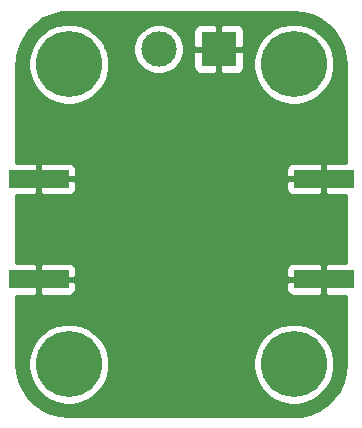
<source format=gbr>
%TF.GenerationSoftware,KiCad,Pcbnew,5.1.10*%
%TF.CreationDate,2021-09-21T21:49:25+02:00*%
%TF.ProjectId,bias-t,62696173-2d74-42e6-9b69-6361645f7063,rev?*%
%TF.SameCoordinates,Original*%
%TF.FileFunction,Copper,L2,Bot*%
%TF.FilePolarity,Positive*%
%FSLAX46Y46*%
G04 Gerber Fmt 4.6, Leading zero omitted, Abs format (unit mm)*
G04 Created by KiCad (PCBNEW 5.1.10) date 2021-09-21 21:49:25*
%MOMM*%
%LPD*%
G01*
G04 APERTURE LIST*
%TA.AperFunction,ComponentPad*%
%ADD10C,5.600000*%
%TD*%
%TA.AperFunction,SMDPad,CuDef*%
%ADD11R,5.080000X1.500000*%
%TD*%
%TA.AperFunction,ComponentPad*%
%ADD12C,3.000000*%
%TD*%
%TA.AperFunction,ComponentPad*%
%ADD13R,3.000000X3.000000*%
%TD*%
%TA.AperFunction,ViaPad*%
%ADD14C,0.800000*%
%TD*%
%TA.AperFunction,Conductor*%
%ADD15C,0.254000*%
%TD*%
%TA.AperFunction,Conductor*%
%ADD16C,0.100000*%
%TD*%
G04 APERTURE END LIST*
D10*
%TO.P,REF\u002A\u002A,1*%
%TO.N,N/C*%
X128270000Y-100330000D03*
%TD*%
%TO.P,REF\u002A\u002A,1*%
%TO.N,N/C*%
X147320000Y-100330000D03*
%TD*%
%TO.P,REF\u002A\u002A,1*%
%TO.N,N/C*%
X128270000Y-74930000D03*
%TD*%
%TO.P,REF\u002A\u002A,1*%
%TO.N,N/C*%
X147320000Y-74930000D03*
%TD*%
D11*
%TO.P,J3,2*%
%TO.N,GND*%
X149860000Y-84650000D03*
X149860000Y-93150000D03*
%TD*%
D12*
%TO.P,J2,2*%
%TO.N,Net-(C1-Pad2)*%
X135890000Y-73660000D03*
D13*
%TO.P,J2,1*%
%TO.N,GND*%
X140970000Y-73660000D03*
%TD*%
D11*
%TO.P,J1,2*%
%TO.N,GND*%
X125730000Y-93150000D03*
X125730000Y-84650000D03*
%TD*%
D14*
%TO.N,GND*%
X129540000Y-92710000D03*
X129540000Y-93980000D03*
X125730000Y-95250000D03*
X125730000Y-82550000D03*
X129540000Y-85090000D03*
X129540000Y-83820000D03*
X146050000Y-85090000D03*
X146050000Y-83820000D03*
X149860000Y-82550000D03*
X149860000Y-95250000D03*
X146050000Y-93980000D03*
X146050000Y-92710000D03*
X146050000Y-81280000D03*
X129540000Y-81280000D03*
%TD*%
D15*
%TO.N,GND*%
X148102249Y-70582437D02*
X148859774Y-70789672D01*
X149568625Y-71127777D01*
X150206404Y-71586067D01*
X150752946Y-72150055D01*
X151190977Y-72801913D01*
X151506651Y-73521038D01*
X151691206Y-74289768D01*
X151740001Y-74954221D01*
X151740001Y-83262827D01*
X150145750Y-83265000D01*
X149987000Y-83423750D01*
X149987000Y-84523000D01*
X150007000Y-84523000D01*
X150007000Y-84777000D01*
X149987000Y-84777000D01*
X149987000Y-85876250D01*
X150145750Y-86035000D01*
X151740001Y-86037173D01*
X151740000Y-91762827D01*
X150145750Y-91765000D01*
X149987000Y-91923750D01*
X149987000Y-93023000D01*
X150007000Y-93023000D01*
X150007000Y-93277000D01*
X149987000Y-93277000D01*
X149987000Y-94376250D01*
X150145750Y-94535000D01*
X151740000Y-94537173D01*
X151740000Y-100300608D01*
X151667563Y-101112249D01*
X151460328Y-101869774D01*
X151122221Y-102578627D01*
X150663928Y-103216410D01*
X150099945Y-103762946D01*
X149448085Y-104200978D01*
X148728963Y-104516651D01*
X147960232Y-104701206D01*
X147295792Y-104750000D01*
X128299392Y-104750000D01*
X127487751Y-104677563D01*
X126730226Y-104470328D01*
X126021373Y-104132221D01*
X125383590Y-103673928D01*
X124837054Y-103109945D01*
X124399022Y-102458085D01*
X124083349Y-101738963D01*
X123898794Y-100970232D01*
X123850000Y-100305792D01*
X123850000Y-99991682D01*
X124835000Y-99991682D01*
X124835000Y-100668318D01*
X124967006Y-101331952D01*
X125225943Y-101957082D01*
X125601862Y-102519685D01*
X126080315Y-102998138D01*
X126642918Y-103374057D01*
X127268048Y-103632994D01*
X127931682Y-103765000D01*
X128608318Y-103765000D01*
X129271952Y-103632994D01*
X129897082Y-103374057D01*
X130459685Y-102998138D01*
X130938138Y-102519685D01*
X131314057Y-101957082D01*
X131572994Y-101331952D01*
X131705000Y-100668318D01*
X131705000Y-99991682D01*
X143885000Y-99991682D01*
X143885000Y-100668318D01*
X144017006Y-101331952D01*
X144275943Y-101957082D01*
X144651862Y-102519685D01*
X145130315Y-102998138D01*
X145692918Y-103374057D01*
X146318048Y-103632994D01*
X146981682Y-103765000D01*
X147658318Y-103765000D01*
X148321952Y-103632994D01*
X148947082Y-103374057D01*
X149509685Y-102998138D01*
X149988138Y-102519685D01*
X150364057Y-101957082D01*
X150622994Y-101331952D01*
X150755000Y-100668318D01*
X150755000Y-99991682D01*
X150622994Y-99328048D01*
X150364057Y-98702918D01*
X149988138Y-98140315D01*
X149509685Y-97661862D01*
X148947082Y-97285943D01*
X148321952Y-97027006D01*
X147658318Y-96895000D01*
X146981682Y-96895000D01*
X146318048Y-97027006D01*
X145692918Y-97285943D01*
X145130315Y-97661862D01*
X144651862Y-98140315D01*
X144275943Y-98702918D01*
X144017006Y-99328048D01*
X143885000Y-99991682D01*
X131705000Y-99991682D01*
X131572994Y-99328048D01*
X131314057Y-98702918D01*
X130938138Y-98140315D01*
X130459685Y-97661862D01*
X129897082Y-97285943D01*
X129271952Y-97027006D01*
X128608318Y-96895000D01*
X127931682Y-96895000D01*
X127268048Y-97027006D01*
X126642918Y-97285943D01*
X126080315Y-97661862D01*
X125601862Y-98140315D01*
X125225943Y-98702918D01*
X124967006Y-99328048D01*
X124835000Y-99991682D01*
X123850000Y-99991682D01*
X123850000Y-94537173D01*
X125444250Y-94535000D01*
X125603000Y-94376250D01*
X125603000Y-93277000D01*
X125857000Y-93277000D01*
X125857000Y-94376250D01*
X126015750Y-94535000D01*
X128270000Y-94538072D01*
X128394482Y-94525812D01*
X128514180Y-94489502D01*
X128624494Y-94430537D01*
X128721185Y-94351185D01*
X128800537Y-94254494D01*
X128859502Y-94144180D01*
X128895812Y-94024482D01*
X128908072Y-93900000D01*
X146681928Y-93900000D01*
X146694188Y-94024482D01*
X146730498Y-94144180D01*
X146789463Y-94254494D01*
X146868815Y-94351185D01*
X146965506Y-94430537D01*
X147075820Y-94489502D01*
X147195518Y-94525812D01*
X147320000Y-94538072D01*
X149574250Y-94535000D01*
X149733000Y-94376250D01*
X149733000Y-93277000D01*
X146843750Y-93277000D01*
X146685000Y-93435750D01*
X146681928Y-93900000D01*
X128908072Y-93900000D01*
X128905000Y-93435750D01*
X128746250Y-93277000D01*
X125857000Y-93277000D01*
X125603000Y-93277000D01*
X125583000Y-93277000D01*
X125583000Y-93023000D01*
X125603000Y-93023000D01*
X125603000Y-91923750D01*
X125857000Y-91923750D01*
X125857000Y-93023000D01*
X128746250Y-93023000D01*
X128905000Y-92864250D01*
X128908072Y-92400000D01*
X146681928Y-92400000D01*
X146685000Y-92864250D01*
X146843750Y-93023000D01*
X149733000Y-93023000D01*
X149733000Y-91923750D01*
X149574250Y-91765000D01*
X147320000Y-91761928D01*
X147195518Y-91774188D01*
X147075820Y-91810498D01*
X146965506Y-91869463D01*
X146868815Y-91948815D01*
X146789463Y-92045506D01*
X146730498Y-92155820D01*
X146694188Y-92275518D01*
X146681928Y-92400000D01*
X128908072Y-92400000D01*
X128895812Y-92275518D01*
X128859502Y-92155820D01*
X128800537Y-92045506D01*
X128721185Y-91948815D01*
X128624494Y-91869463D01*
X128514180Y-91810498D01*
X128394482Y-91774188D01*
X128270000Y-91761928D01*
X126015750Y-91765000D01*
X125857000Y-91923750D01*
X125603000Y-91923750D01*
X125444250Y-91765000D01*
X123850000Y-91762827D01*
X123850000Y-86037173D01*
X125444250Y-86035000D01*
X125603000Y-85876250D01*
X125603000Y-84777000D01*
X125857000Y-84777000D01*
X125857000Y-85876250D01*
X126015750Y-86035000D01*
X128270000Y-86038072D01*
X128394482Y-86025812D01*
X128514180Y-85989502D01*
X128624494Y-85930537D01*
X128721185Y-85851185D01*
X128800537Y-85754494D01*
X128859502Y-85644180D01*
X128895812Y-85524482D01*
X128908072Y-85400000D01*
X146681928Y-85400000D01*
X146694188Y-85524482D01*
X146730498Y-85644180D01*
X146789463Y-85754494D01*
X146868815Y-85851185D01*
X146965506Y-85930537D01*
X147075820Y-85989502D01*
X147195518Y-86025812D01*
X147320000Y-86038072D01*
X149574250Y-86035000D01*
X149733000Y-85876250D01*
X149733000Y-84777000D01*
X146843750Y-84777000D01*
X146685000Y-84935750D01*
X146681928Y-85400000D01*
X128908072Y-85400000D01*
X128905000Y-84935750D01*
X128746250Y-84777000D01*
X125857000Y-84777000D01*
X125603000Y-84777000D01*
X125583000Y-84777000D01*
X125583000Y-84523000D01*
X125603000Y-84523000D01*
X125603000Y-83423750D01*
X125857000Y-83423750D01*
X125857000Y-84523000D01*
X128746250Y-84523000D01*
X128905000Y-84364250D01*
X128908072Y-83900000D01*
X146681928Y-83900000D01*
X146685000Y-84364250D01*
X146843750Y-84523000D01*
X149733000Y-84523000D01*
X149733000Y-83423750D01*
X149574250Y-83265000D01*
X147320000Y-83261928D01*
X147195518Y-83274188D01*
X147075820Y-83310498D01*
X146965506Y-83369463D01*
X146868815Y-83448815D01*
X146789463Y-83545506D01*
X146730498Y-83655820D01*
X146694188Y-83775518D01*
X146681928Y-83900000D01*
X128908072Y-83900000D01*
X128895812Y-83775518D01*
X128859502Y-83655820D01*
X128800537Y-83545506D01*
X128721185Y-83448815D01*
X128624494Y-83369463D01*
X128514180Y-83310498D01*
X128394482Y-83274188D01*
X128270000Y-83261928D01*
X126015750Y-83265000D01*
X125857000Y-83423750D01*
X125603000Y-83423750D01*
X125444250Y-83265000D01*
X123850000Y-83262827D01*
X123850000Y-74959392D01*
X123882817Y-74591682D01*
X124835000Y-74591682D01*
X124835000Y-75268318D01*
X124967006Y-75931952D01*
X125225943Y-76557082D01*
X125601862Y-77119685D01*
X126080315Y-77598138D01*
X126642918Y-77974057D01*
X127268048Y-78232994D01*
X127931682Y-78365000D01*
X128608318Y-78365000D01*
X129271952Y-78232994D01*
X129897082Y-77974057D01*
X130459685Y-77598138D01*
X130938138Y-77119685D01*
X131314057Y-76557082D01*
X131572994Y-75931952D01*
X131705000Y-75268318D01*
X131705000Y-74591682D01*
X131572994Y-73928048D01*
X131374865Y-73449721D01*
X133755000Y-73449721D01*
X133755000Y-73870279D01*
X133837047Y-74282756D01*
X133997988Y-74671302D01*
X134231637Y-75020983D01*
X134529017Y-75318363D01*
X134878698Y-75552012D01*
X135267244Y-75712953D01*
X135679721Y-75795000D01*
X136100279Y-75795000D01*
X136512756Y-75712953D01*
X136901302Y-75552012D01*
X137250983Y-75318363D01*
X137409346Y-75160000D01*
X138831928Y-75160000D01*
X138844188Y-75284482D01*
X138880498Y-75404180D01*
X138939463Y-75514494D01*
X139018815Y-75611185D01*
X139115506Y-75690537D01*
X139225820Y-75749502D01*
X139345518Y-75785812D01*
X139470000Y-75798072D01*
X140684250Y-75795000D01*
X140843000Y-75636250D01*
X140843000Y-73787000D01*
X141097000Y-73787000D01*
X141097000Y-75636250D01*
X141255750Y-75795000D01*
X142470000Y-75798072D01*
X142594482Y-75785812D01*
X142714180Y-75749502D01*
X142824494Y-75690537D01*
X142921185Y-75611185D01*
X143000537Y-75514494D01*
X143059502Y-75404180D01*
X143095812Y-75284482D01*
X143108072Y-75160000D01*
X143106635Y-74591682D01*
X143885000Y-74591682D01*
X143885000Y-75268318D01*
X144017006Y-75931952D01*
X144275943Y-76557082D01*
X144651862Y-77119685D01*
X145130315Y-77598138D01*
X145692918Y-77974057D01*
X146318048Y-78232994D01*
X146981682Y-78365000D01*
X147658318Y-78365000D01*
X148321952Y-78232994D01*
X148947082Y-77974057D01*
X149509685Y-77598138D01*
X149988138Y-77119685D01*
X150364057Y-76557082D01*
X150622994Y-75931952D01*
X150755000Y-75268318D01*
X150755000Y-74591682D01*
X150622994Y-73928048D01*
X150364057Y-73302918D01*
X149988138Y-72740315D01*
X149509685Y-72261862D01*
X148947082Y-71885943D01*
X148321952Y-71627006D01*
X147658318Y-71495000D01*
X146981682Y-71495000D01*
X146318048Y-71627006D01*
X145692918Y-71885943D01*
X145130315Y-72261862D01*
X144651862Y-72740315D01*
X144275943Y-73302918D01*
X144017006Y-73928048D01*
X143885000Y-74591682D01*
X143106635Y-74591682D01*
X143105000Y-73945750D01*
X142946250Y-73787000D01*
X141097000Y-73787000D01*
X140843000Y-73787000D01*
X138993750Y-73787000D01*
X138835000Y-73945750D01*
X138831928Y-75160000D01*
X137409346Y-75160000D01*
X137548363Y-75020983D01*
X137782012Y-74671302D01*
X137942953Y-74282756D01*
X138025000Y-73870279D01*
X138025000Y-73449721D01*
X137942953Y-73037244D01*
X137782012Y-72648698D01*
X137548363Y-72299017D01*
X137409346Y-72160000D01*
X138831928Y-72160000D01*
X138835000Y-73374250D01*
X138993750Y-73533000D01*
X140843000Y-73533000D01*
X140843000Y-71683750D01*
X141097000Y-71683750D01*
X141097000Y-73533000D01*
X142946250Y-73533000D01*
X143105000Y-73374250D01*
X143108072Y-72160000D01*
X143095812Y-72035518D01*
X143059502Y-71915820D01*
X143000537Y-71805506D01*
X142921185Y-71708815D01*
X142824494Y-71629463D01*
X142714180Y-71570498D01*
X142594482Y-71534188D01*
X142470000Y-71521928D01*
X141255750Y-71525000D01*
X141097000Y-71683750D01*
X140843000Y-71683750D01*
X140684250Y-71525000D01*
X139470000Y-71521928D01*
X139345518Y-71534188D01*
X139225820Y-71570498D01*
X139115506Y-71629463D01*
X139018815Y-71708815D01*
X138939463Y-71805506D01*
X138880498Y-71915820D01*
X138844188Y-72035518D01*
X138831928Y-72160000D01*
X137409346Y-72160000D01*
X137250983Y-72001637D01*
X136901302Y-71767988D01*
X136512756Y-71607047D01*
X136100279Y-71525000D01*
X135679721Y-71525000D01*
X135267244Y-71607047D01*
X134878698Y-71767988D01*
X134529017Y-72001637D01*
X134231637Y-72299017D01*
X133997988Y-72648698D01*
X133837047Y-73037244D01*
X133755000Y-73449721D01*
X131374865Y-73449721D01*
X131314057Y-73302918D01*
X130938138Y-72740315D01*
X130459685Y-72261862D01*
X129897082Y-71885943D01*
X129271952Y-71627006D01*
X128608318Y-71495000D01*
X127931682Y-71495000D01*
X127268048Y-71627006D01*
X126642918Y-71885943D01*
X126080315Y-72261862D01*
X125601862Y-72740315D01*
X125225943Y-73302918D01*
X124967006Y-73928048D01*
X124835000Y-74591682D01*
X123882817Y-74591682D01*
X123922437Y-74147751D01*
X124129672Y-73390226D01*
X124467777Y-72681375D01*
X124926067Y-72043596D01*
X125490055Y-71497054D01*
X126141913Y-71059023D01*
X126861038Y-70743349D01*
X127629768Y-70558794D01*
X128294207Y-70510000D01*
X147290608Y-70510000D01*
X148102249Y-70582437D01*
%TA.AperFunction,Conductor*%
D16*
G36*
X148102249Y-70582437D02*
G01*
X148859774Y-70789672D01*
X149568625Y-71127777D01*
X150206404Y-71586067D01*
X150752946Y-72150055D01*
X151190977Y-72801913D01*
X151506651Y-73521038D01*
X151691206Y-74289768D01*
X151740001Y-74954221D01*
X151740001Y-83262827D01*
X150145750Y-83265000D01*
X149987000Y-83423750D01*
X149987000Y-84523000D01*
X150007000Y-84523000D01*
X150007000Y-84777000D01*
X149987000Y-84777000D01*
X149987000Y-85876250D01*
X150145750Y-86035000D01*
X151740001Y-86037173D01*
X151740000Y-91762827D01*
X150145750Y-91765000D01*
X149987000Y-91923750D01*
X149987000Y-93023000D01*
X150007000Y-93023000D01*
X150007000Y-93277000D01*
X149987000Y-93277000D01*
X149987000Y-94376250D01*
X150145750Y-94535000D01*
X151740000Y-94537173D01*
X151740000Y-100300608D01*
X151667563Y-101112249D01*
X151460328Y-101869774D01*
X151122221Y-102578627D01*
X150663928Y-103216410D01*
X150099945Y-103762946D01*
X149448085Y-104200978D01*
X148728963Y-104516651D01*
X147960232Y-104701206D01*
X147295792Y-104750000D01*
X128299392Y-104750000D01*
X127487751Y-104677563D01*
X126730226Y-104470328D01*
X126021373Y-104132221D01*
X125383590Y-103673928D01*
X124837054Y-103109945D01*
X124399022Y-102458085D01*
X124083349Y-101738963D01*
X123898794Y-100970232D01*
X123850000Y-100305792D01*
X123850000Y-99991682D01*
X124835000Y-99991682D01*
X124835000Y-100668318D01*
X124967006Y-101331952D01*
X125225943Y-101957082D01*
X125601862Y-102519685D01*
X126080315Y-102998138D01*
X126642918Y-103374057D01*
X127268048Y-103632994D01*
X127931682Y-103765000D01*
X128608318Y-103765000D01*
X129271952Y-103632994D01*
X129897082Y-103374057D01*
X130459685Y-102998138D01*
X130938138Y-102519685D01*
X131314057Y-101957082D01*
X131572994Y-101331952D01*
X131705000Y-100668318D01*
X131705000Y-99991682D01*
X143885000Y-99991682D01*
X143885000Y-100668318D01*
X144017006Y-101331952D01*
X144275943Y-101957082D01*
X144651862Y-102519685D01*
X145130315Y-102998138D01*
X145692918Y-103374057D01*
X146318048Y-103632994D01*
X146981682Y-103765000D01*
X147658318Y-103765000D01*
X148321952Y-103632994D01*
X148947082Y-103374057D01*
X149509685Y-102998138D01*
X149988138Y-102519685D01*
X150364057Y-101957082D01*
X150622994Y-101331952D01*
X150755000Y-100668318D01*
X150755000Y-99991682D01*
X150622994Y-99328048D01*
X150364057Y-98702918D01*
X149988138Y-98140315D01*
X149509685Y-97661862D01*
X148947082Y-97285943D01*
X148321952Y-97027006D01*
X147658318Y-96895000D01*
X146981682Y-96895000D01*
X146318048Y-97027006D01*
X145692918Y-97285943D01*
X145130315Y-97661862D01*
X144651862Y-98140315D01*
X144275943Y-98702918D01*
X144017006Y-99328048D01*
X143885000Y-99991682D01*
X131705000Y-99991682D01*
X131572994Y-99328048D01*
X131314057Y-98702918D01*
X130938138Y-98140315D01*
X130459685Y-97661862D01*
X129897082Y-97285943D01*
X129271952Y-97027006D01*
X128608318Y-96895000D01*
X127931682Y-96895000D01*
X127268048Y-97027006D01*
X126642918Y-97285943D01*
X126080315Y-97661862D01*
X125601862Y-98140315D01*
X125225943Y-98702918D01*
X124967006Y-99328048D01*
X124835000Y-99991682D01*
X123850000Y-99991682D01*
X123850000Y-94537173D01*
X125444250Y-94535000D01*
X125603000Y-94376250D01*
X125603000Y-93277000D01*
X125857000Y-93277000D01*
X125857000Y-94376250D01*
X126015750Y-94535000D01*
X128270000Y-94538072D01*
X128394482Y-94525812D01*
X128514180Y-94489502D01*
X128624494Y-94430537D01*
X128721185Y-94351185D01*
X128800537Y-94254494D01*
X128859502Y-94144180D01*
X128895812Y-94024482D01*
X128908072Y-93900000D01*
X146681928Y-93900000D01*
X146694188Y-94024482D01*
X146730498Y-94144180D01*
X146789463Y-94254494D01*
X146868815Y-94351185D01*
X146965506Y-94430537D01*
X147075820Y-94489502D01*
X147195518Y-94525812D01*
X147320000Y-94538072D01*
X149574250Y-94535000D01*
X149733000Y-94376250D01*
X149733000Y-93277000D01*
X146843750Y-93277000D01*
X146685000Y-93435750D01*
X146681928Y-93900000D01*
X128908072Y-93900000D01*
X128905000Y-93435750D01*
X128746250Y-93277000D01*
X125857000Y-93277000D01*
X125603000Y-93277000D01*
X125583000Y-93277000D01*
X125583000Y-93023000D01*
X125603000Y-93023000D01*
X125603000Y-91923750D01*
X125857000Y-91923750D01*
X125857000Y-93023000D01*
X128746250Y-93023000D01*
X128905000Y-92864250D01*
X128908072Y-92400000D01*
X146681928Y-92400000D01*
X146685000Y-92864250D01*
X146843750Y-93023000D01*
X149733000Y-93023000D01*
X149733000Y-91923750D01*
X149574250Y-91765000D01*
X147320000Y-91761928D01*
X147195518Y-91774188D01*
X147075820Y-91810498D01*
X146965506Y-91869463D01*
X146868815Y-91948815D01*
X146789463Y-92045506D01*
X146730498Y-92155820D01*
X146694188Y-92275518D01*
X146681928Y-92400000D01*
X128908072Y-92400000D01*
X128895812Y-92275518D01*
X128859502Y-92155820D01*
X128800537Y-92045506D01*
X128721185Y-91948815D01*
X128624494Y-91869463D01*
X128514180Y-91810498D01*
X128394482Y-91774188D01*
X128270000Y-91761928D01*
X126015750Y-91765000D01*
X125857000Y-91923750D01*
X125603000Y-91923750D01*
X125444250Y-91765000D01*
X123850000Y-91762827D01*
X123850000Y-86037173D01*
X125444250Y-86035000D01*
X125603000Y-85876250D01*
X125603000Y-84777000D01*
X125857000Y-84777000D01*
X125857000Y-85876250D01*
X126015750Y-86035000D01*
X128270000Y-86038072D01*
X128394482Y-86025812D01*
X128514180Y-85989502D01*
X128624494Y-85930537D01*
X128721185Y-85851185D01*
X128800537Y-85754494D01*
X128859502Y-85644180D01*
X128895812Y-85524482D01*
X128908072Y-85400000D01*
X146681928Y-85400000D01*
X146694188Y-85524482D01*
X146730498Y-85644180D01*
X146789463Y-85754494D01*
X146868815Y-85851185D01*
X146965506Y-85930537D01*
X147075820Y-85989502D01*
X147195518Y-86025812D01*
X147320000Y-86038072D01*
X149574250Y-86035000D01*
X149733000Y-85876250D01*
X149733000Y-84777000D01*
X146843750Y-84777000D01*
X146685000Y-84935750D01*
X146681928Y-85400000D01*
X128908072Y-85400000D01*
X128905000Y-84935750D01*
X128746250Y-84777000D01*
X125857000Y-84777000D01*
X125603000Y-84777000D01*
X125583000Y-84777000D01*
X125583000Y-84523000D01*
X125603000Y-84523000D01*
X125603000Y-83423750D01*
X125857000Y-83423750D01*
X125857000Y-84523000D01*
X128746250Y-84523000D01*
X128905000Y-84364250D01*
X128908072Y-83900000D01*
X146681928Y-83900000D01*
X146685000Y-84364250D01*
X146843750Y-84523000D01*
X149733000Y-84523000D01*
X149733000Y-83423750D01*
X149574250Y-83265000D01*
X147320000Y-83261928D01*
X147195518Y-83274188D01*
X147075820Y-83310498D01*
X146965506Y-83369463D01*
X146868815Y-83448815D01*
X146789463Y-83545506D01*
X146730498Y-83655820D01*
X146694188Y-83775518D01*
X146681928Y-83900000D01*
X128908072Y-83900000D01*
X128895812Y-83775518D01*
X128859502Y-83655820D01*
X128800537Y-83545506D01*
X128721185Y-83448815D01*
X128624494Y-83369463D01*
X128514180Y-83310498D01*
X128394482Y-83274188D01*
X128270000Y-83261928D01*
X126015750Y-83265000D01*
X125857000Y-83423750D01*
X125603000Y-83423750D01*
X125444250Y-83265000D01*
X123850000Y-83262827D01*
X123850000Y-74959392D01*
X123882817Y-74591682D01*
X124835000Y-74591682D01*
X124835000Y-75268318D01*
X124967006Y-75931952D01*
X125225943Y-76557082D01*
X125601862Y-77119685D01*
X126080315Y-77598138D01*
X126642918Y-77974057D01*
X127268048Y-78232994D01*
X127931682Y-78365000D01*
X128608318Y-78365000D01*
X129271952Y-78232994D01*
X129897082Y-77974057D01*
X130459685Y-77598138D01*
X130938138Y-77119685D01*
X131314057Y-76557082D01*
X131572994Y-75931952D01*
X131705000Y-75268318D01*
X131705000Y-74591682D01*
X131572994Y-73928048D01*
X131374865Y-73449721D01*
X133755000Y-73449721D01*
X133755000Y-73870279D01*
X133837047Y-74282756D01*
X133997988Y-74671302D01*
X134231637Y-75020983D01*
X134529017Y-75318363D01*
X134878698Y-75552012D01*
X135267244Y-75712953D01*
X135679721Y-75795000D01*
X136100279Y-75795000D01*
X136512756Y-75712953D01*
X136901302Y-75552012D01*
X137250983Y-75318363D01*
X137409346Y-75160000D01*
X138831928Y-75160000D01*
X138844188Y-75284482D01*
X138880498Y-75404180D01*
X138939463Y-75514494D01*
X139018815Y-75611185D01*
X139115506Y-75690537D01*
X139225820Y-75749502D01*
X139345518Y-75785812D01*
X139470000Y-75798072D01*
X140684250Y-75795000D01*
X140843000Y-75636250D01*
X140843000Y-73787000D01*
X141097000Y-73787000D01*
X141097000Y-75636250D01*
X141255750Y-75795000D01*
X142470000Y-75798072D01*
X142594482Y-75785812D01*
X142714180Y-75749502D01*
X142824494Y-75690537D01*
X142921185Y-75611185D01*
X143000537Y-75514494D01*
X143059502Y-75404180D01*
X143095812Y-75284482D01*
X143108072Y-75160000D01*
X143106635Y-74591682D01*
X143885000Y-74591682D01*
X143885000Y-75268318D01*
X144017006Y-75931952D01*
X144275943Y-76557082D01*
X144651862Y-77119685D01*
X145130315Y-77598138D01*
X145692918Y-77974057D01*
X146318048Y-78232994D01*
X146981682Y-78365000D01*
X147658318Y-78365000D01*
X148321952Y-78232994D01*
X148947082Y-77974057D01*
X149509685Y-77598138D01*
X149988138Y-77119685D01*
X150364057Y-76557082D01*
X150622994Y-75931952D01*
X150755000Y-75268318D01*
X150755000Y-74591682D01*
X150622994Y-73928048D01*
X150364057Y-73302918D01*
X149988138Y-72740315D01*
X149509685Y-72261862D01*
X148947082Y-71885943D01*
X148321952Y-71627006D01*
X147658318Y-71495000D01*
X146981682Y-71495000D01*
X146318048Y-71627006D01*
X145692918Y-71885943D01*
X145130315Y-72261862D01*
X144651862Y-72740315D01*
X144275943Y-73302918D01*
X144017006Y-73928048D01*
X143885000Y-74591682D01*
X143106635Y-74591682D01*
X143105000Y-73945750D01*
X142946250Y-73787000D01*
X141097000Y-73787000D01*
X140843000Y-73787000D01*
X138993750Y-73787000D01*
X138835000Y-73945750D01*
X138831928Y-75160000D01*
X137409346Y-75160000D01*
X137548363Y-75020983D01*
X137782012Y-74671302D01*
X137942953Y-74282756D01*
X138025000Y-73870279D01*
X138025000Y-73449721D01*
X137942953Y-73037244D01*
X137782012Y-72648698D01*
X137548363Y-72299017D01*
X137409346Y-72160000D01*
X138831928Y-72160000D01*
X138835000Y-73374250D01*
X138993750Y-73533000D01*
X140843000Y-73533000D01*
X140843000Y-71683750D01*
X141097000Y-71683750D01*
X141097000Y-73533000D01*
X142946250Y-73533000D01*
X143105000Y-73374250D01*
X143108072Y-72160000D01*
X143095812Y-72035518D01*
X143059502Y-71915820D01*
X143000537Y-71805506D01*
X142921185Y-71708815D01*
X142824494Y-71629463D01*
X142714180Y-71570498D01*
X142594482Y-71534188D01*
X142470000Y-71521928D01*
X141255750Y-71525000D01*
X141097000Y-71683750D01*
X140843000Y-71683750D01*
X140684250Y-71525000D01*
X139470000Y-71521928D01*
X139345518Y-71534188D01*
X139225820Y-71570498D01*
X139115506Y-71629463D01*
X139018815Y-71708815D01*
X138939463Y-71805506D01*
X138880498Y-71915820D01*
X138844188Y-72035518D01*
X138831928Y-72160000D01*
X137409346Y-72160000D01*
X137250983Y-72001637D01*
X136901302Y-71767988D01*
X136512756Y-71607047D01*
X136100279Y-71525000D01*
X135679721Y-71525000D01*
X135267244Y-71607047D01*
X134878698Y-71767988D01*
X134529017Y-72001637D01*
X134231637Y-72299017D01*
X133997988Y-72648698D01*
X133837047Y-73037244D01*
X133755000Y-73449721D01*
X131374865Y-73449721D01*
X131314057Y-73302918D01*
X130938138Y-72740315D01*
X130459685Y-72261862D01*
X129897082Y-71885943D01*
X129271952Y-71627006D01*
X128608318Y-71495000D01*
X127931682Y-71495000D01*
X127268048Y-71627006D01*
X126642918Y-71885943D01*
X126080315Y-72261862D01*
X125601862Y-72740315D01*
X125225943Y-73302918D01*
X124967006Y-73928048D01*
X124835000Y-74591682D01*
X123882817Y-74591682D01*
X123922437Y-74147751D01*
X124129672Y-73390226D01*
X124467777Y-72681375D01*
X124926067Y-72043596D01*
X125490055Y-71497054D01*
X126141913Y-71059023D01*
X126861038Y-70743349D01*
X127629768Y-70558794D01*
X128294207Y-70510000D01*
X147290608Y-70510000D01*
X148102249Y-70582437D01*
G37*
%TD.AperFunction*%
%TD*%
M02*

</source>
